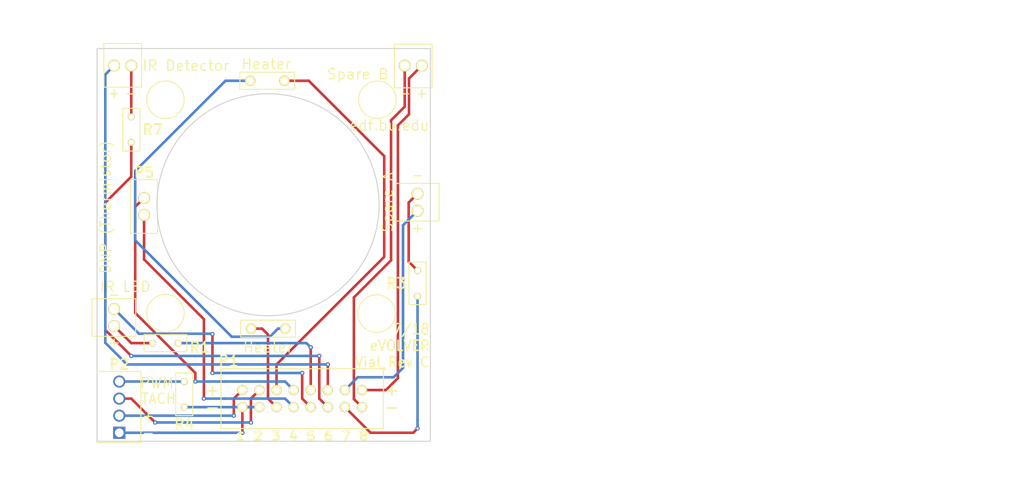
<source format=kicad_pcb>
(kicad_pcb (version 4) (host pcbnew 4.0.7+dfsg1-1)

  (general
    (links 22)
    (no_connects 0)
    (area 124.384999 49.454999 174.065001 108.025001)
    (thickness 1.6)
    (drawings 37)
    (tracks 118)
    (zones 0)
    (modules 17)
    (nets 21)
  )

  (page A4)
  (layers
    (0 F.Cu signal)
    (31 B.Cu signal)
    (32 B.Adhes user hide)
    (33 F.Adhes user)
    (34 B.Paste user hide)
    (35 F.Paste user hide)
    (36 B.SilkS user hide)
    (37 F.SilkS user)
    (38 B.Mask user hide)
    (39 F.Mask user hide)
    (40 Dwgs.User user)
    (41 Cmts.User user hide)
    (42 Eco1.User user hide)
    (43 Eco2.User user hide)
    (44 Edge.Cuts user)
    (45 Margin user hide)
    (46 B.CrtYd user hide)
    (47 F.CrtYd user hide)
    (48 B.Fab user hide)
    (49 F.Fab user hide)
  )

  (setup
    (last_trace_width 0.2032)
    (user_trace_width 0.381)
    (user_trace_width 0.635)
    (trace_clearance 0.254)
    (zone_clearance 0.508)
    (zone_45_only no)
    (trace_min 0.2032)
    (segment_width 0.2)
    (edge_width 0.15)
    (via_size 0.381)
    (via_drill 0.1524)
    (via_min_size 0.381)
    (via_min_drill 0.1524)
    (user_via 0.4064 0.1524)
    (user_via 0.635 0.3048)
    (user_via 3.81 3.199994)
    (uvia_size 0.3)
    (uvia_drill 0.1)
    (uvias_allowed no)
    (uvia_min_size 0)
    (uvia_min_drill 0)
    (pcb_text_width 0.1778)
    (pcb_text_size 1.524 1.524)
    (mod_edge_width 0.15)
    (mod_text_size 1.524 1.524)
    (mod_text_width 0.1778)
    (pad_size 3.199994 3.199994)
    (pad_drill 3.199994)
    (pad_to_mask_clearance 0.2)
    (aux_axis_origin 127 107.95)
    (visible_elements FFFFFF6B)
    (pcbplotparams
      (layerselection 0x001e0_80000001)
      (usegerberextensions false)
      (excludeedgelayer false)
      (linewidth 0.100000)
      (plotframeref true)
      (viasonmask false)
      (mode 1)
      (useauxorigin false)
      (hpglpennumber 1)
      (hpglpenspeed 20)
      (hpglpendiameter 15)
      (hpglpenoverlay 2)
      (psnegative false)
      (psa4output false)
      (plotreference false)
      (plotvalue true)
      (plotinvisibletext false)
      (padsonsilk false)
      (subtractmaskfromsilk false)
      (outputformat 1)
      (mirror false)
      (drillshape 0)
      (scaleselection 1)
      (outputdirectory gerbers/))
  )

  (net 0 "")
  (net 1 /SPA+)
  (net 2 /SPB+)
  (net 3 /PD+)
  (net 4 /LED+)
  (net 5 /TS+)
  (net 6 /HTR+)
  (net 7 /FAN+)
  (net 8 /SPA-)
  (net 9 /SPB-)
  (net 10 /PD-)
  (net 11 /LED-)
  (net 12 /TS-)
  (net 13 /HTR-)
  (net 14 /FAN-)
  (net 15 "Net-(P6-Pad1)")
  (net 16 "Net-(R5-Pad2)")
  (net 17 /FS+)
  (net 18 /PWM)
  (net 19 "Net-(P7-Pad2)")
  (net 20 "Net-(P9-Pad2)")

  (net_class Default "This is the default net class."
    (clearance 0.254)
    (trace_width 0.2032)
    (via_dia 0.381)
    (via_drill 0.1524)
    (uvia_dia 0.3)
    (uvia_drill 0.1)
    (add_net /FAN+)
    (add_net /FAN-)
    (add_net /FS+)
    (add_net /HTR+)
    (add_net /HTR-)
    (add_net /LED+)
    (add_net /LED-)
    (add_net /PD+)
    (add_net /PD-)
    (add_net /PWM)
    (add_net /SPA+)
    (add_net /SPA-)
    (add_net /SPB+)
    (add_net /SPB-)
    (add_net /TS+)
    (add_net /TS-)
    (add_net "Net-(P6-Pad1)")
    (add_net "Net-(P7-Pad2)")
    (add_net "Net-(P9-Pad2)")
    (add_net "Net-(R5-Pad2)")
  )

  (module mods:mounting_hole (layer F.Cu) (tedit 5AFD85F4) (tstamp 5AFD8584)
    (at 166.116 57.15)
    (fp_text reference REF** (at 6 2.5) (layer F.SilkS) hide
      (effects (font (size 1 1) (thickness 0.15)))
    )
    (fp_text value "mounting hole" (at 0.5 -3.5) (layer F.Fab) hide
      (effects (font (size 1 1) (thickness 0.15)))
    )
    (fp_circle (center 0 0) (end 0 -2.794) (layer F.SilkS) (width 0.15))
    (pad "" np_thru_hole circle (at 0 0) (size 3.199994 3.199994) (drill 3.199994) (layers *.Cu *.Mask F.SilkS))
  )

  (module mods:mounting_hole (layer F.Cu) (tedit 5AFD85F4) (tstamp 5AFD8580)
    (at 134.62 88.9)
    (fp_text reference REF** (at 6 2.5) (layer F.SilkS) hide
      (effects (font (size 1 1) (thickness 0.15)))
    )
    (fp_text value "mounting hole" (at 0.5 -3.5) (layer F.Fab) hide
      (effects (font (size 1 1) (thickness 0.15)))
    )
    (fp_circle (center 0 0) (end 0 -2.794) (layer F.SilkS) (width 0.15))
    (pad "" np_thru_hole circle (at 0 0) (size 3.199994 3.199994) (drill 3.199994) (layers *.Cu *.Mask F.SilkS))
  )

  (module mods:mounting_hole (layer F.Cu) (tedit 5AFD85F4) (tstamp 5AFD857C)
    (at 134.62 57.15)
    (fp_text reference REF** (at 6 2.5) (layer F.SilkS) hide
      (effects (font (size 1 1) (thickness 0.15)))
    )
    (fp_text value "mounting hole" (at 0.5 -3.5) (layer F.Fab) hide
      (effects (font (size 1 1) (thickness 0.15)))
    )
    (fp_circle (center 0 0) (end 0 -2.794) (layer F.SilkS) (width 0.15))
    (pad "" np_thru_hole circle (at 0 0) (size 3.199994 3.199994) (drill 3.199994) (layers *.Cu *.Mask F.SilkS))
  )

  (module mods:mounting_hole (layer F.Cu) (tedit 5AFD85F4) (tstamp 57A2155D)
    (at 165.999998 88.950013)
    (fp_text reference REF** (at 6 2.5) (layer F.SilkS) hide
      (effects (font (size 1 1) (thickness 0.15)))
    )
    (fp_text value "mounting hole" (at 0.5 -3.5) (layer F.Fab) hide
      (effects (font (size 1 1) (thickness 0.15)))
    )
    (fp_circle (center 0 0) (end 0 -2.794) (layer F.SilkS) (width 0.15))
    (pad "" np_thru_hole circle (at 0 0) (size 3.199994 3.199994) (drill 3.199994) (layers *.Cu *.Mask F.SilkS))
  )

  (module mods:2x8_pin_10in (layer F.Cu) (tedit 5B44D4E1) (tstamp 5AB1274C)
    (at 154.94 101.6 180)
    (path /5AB126F4)
    (fp_text reference P1 (at 10.922 5.588 180) (layer F.SilkS)
      (effects (font (thickness 0.254)))
    )
    (fp_text value CONN_02X08 (at 0 -5.715 180) (layer F.Fab) hide
      (effects (font (thickness 0.1778)))
    )
    (fp_circle (center -12.065 4.445) (end -11.938 4.318) (layer F.SilkS) (width 0.254))
    (fp_line (start -12.065 4.445) (end 12.065 4.445) (layer F.SilkS) (width 0.15))
    (fp_line (start 12.065 -4.445) (end -12.065 -4.445) (layer F.SilkS) (width 0.15))
    (fp_line (start 12.065 4.445) (end 12.065 -4.445) (layer F.SilkS) (width 0.15))
    (fp_line (start -12.065 -4.445) (end -12.065 4.445) (layer F.SilkS) (width 0.15))
    (pad 1 thru_hole circle (at -8.89 1.27 180) (size 1.524 1.524) (drill 1.016) (layers *.Cu *.Mask F.SilkS)
      (net 2 /SPB+))
    (pad 3 thru_hole circle (at -6.35 1.27 180) (size 1.524 1.524) (drill 1.016) (layers *.Cu *.Mask F.SilkS)
      (net 1 /SPA+))
    (pad 5 thru_hole circle (at -3.81 1.27 180) (size 1.524 1.524) (drill 1.016) (layers *.Cu *.Mask F.SilkS)
      (net 3 /PD+))
    (pad 7 thru_hole circle (at -1.27 1.27 180) (size 1.524 1.524) (drill 1.016) (layers *.Cu *.Mask F.SilkS)
      (net 4 /LED+))
    (pad 9 thru_hole circle (at 1.27 1.27 180) (size 1.524 1.524) (drill 1.016) (layers *.Cu *.Mask F.SilkS)
      (net 5 /TS+))
    (pad 11 thru_hole circle (at 3.81 1.27 180) (size 1.524 1.524) (drill 1.016) (layers *.Cu *.Mask F.SilkS)
      (net 6 /HTR+))
    (pad 13 thru_hole circle (at 6.35 1.27 180) (size 1.524 1.524) (drill 1.016) (layers *.Cu *.Mask F.SilkS)
      (net 17 /FS+))
    (pad 2 thru_hole circle (at -8.89 -1.27 180) (size 1.524 1.524) (drill 1.016) (layers *.Cu *.Mask F.SilkS)
      (net 9 /SPB-))
    (pad 4 thru_hole circle (at -6.35 -1.27 180) (size 1.524 1.524) (drill 1.016) (layers *.Cu *.Mask F.SilkS)
      (net 8 /SPA-))
    (pad 6 thru_hole circle (at -3.81 -1.27 180) (size 1.524 1.524) (drill 1.016) (layers *.Cu *.Mask F.SilkS)
      (net 10 /PD-))
    (pad 8 thru_hole circle (at -1.27 -1.27 180) (size 1.524 1.524) (drill 1.016) (layers *.Cu *.Mask F.SilkS)
      (net 11 /LED-))
    (pad 10 thru_hole circle (at 1.27 -1.27 180) (size 1.524 1.524) (drill 1.016) (layers *.Cu *.Mask F.SilkS)
      (net 12 /TS-))
    (pad 12 thru_hole circle (at 3.81 -1.27 180) (size 1.524 1.524) (drill 1.016) (layers *.Cu *.Mask F.SilkS)
      (net 13 /HTR-))
    (pad 14 thru_hole circle (at 6.35 -1.27 180) (size 1.524 1.524) (drill 1.016) (layers *.Cu *.Mask F.SilkS)
      (net 14 /FAN-))
    (pad 16 thru_hole circle (at 8.89 -1.27 180) (size 1.524 1.524) (drill 1.016) (layers *.Cu *.Mask F.SilkS)
      (net 14 /FAN-))
    (pad 15 thru_hole circle (at 8.89 1.27 180) (size 1.524 1.524) (drill 1.016) (layers *.Cu *.Mask F.SilkS)
      (net 7 /FAN+))
  )

  (module mods:Heater (layer F.Cu) (tedit 57A8A215) (tstamp 57A0FBDE)
    (at 149.751438 54.32265 180)
    (path /579FBD61)
    (fp_text reference R5 (at -5.715 0 180) (layer F.SilkS) hide
      (effects (font (thickness 0.1778)))
    )
    (fp_text value "Heater 1" (at 0 -3.175 180) (layer F.Fab) hide
      (effects (font (thickness 0.1778)))
    )
    (fp_line (start -4.064 1.27) (end 4.064 1.27) (layer F.SilkS) (width 0.15))
    (fp_line (start 4.064 -1.27) (end -4.064 -1.27) (layer F.SilkS) (width 0.15))
    (fp_line (start -4.064 -1.27) (end -4.064 1.27) (layer F.SilkS) (width 0.15))
    (fp_line (start 4.064 1.27) (end 4.064 -1.27) (layer F.SilkS) (width 0.15))
    (pad 1 thru_hole circle (at -2.54 0 180) (size 1.524 1.524) (drill 1.016) (layers *.Cu *.Mask F.SilkS)
      (net 6 /HTR+))
    (pad 2 thru_hole circle (at 2.54 0 180) (size 1.524 1.524) (drill 1.016) (layers *.Cu *.Mask F.SilkS)
      (net 16 "Net-(R5-Pad2)"))
  )

  (module mods:Heater (layer F.Cu) (tedit 57A2071D) (tstamp 57A0FBE8)
    (at 149.880676 91.19362 180)
    (path /579FBD90)
    (fp_text reference R6 (at 5.715 0.635 180) (layer F.SilkS) hide
      (effects (font (thickness 0.1778)))
    )
    (fp_text value "Heater 2" (at 0 -3.175 180) (layer F.Fab) hide
      (effects (font (thickness 0.1778)))
    )
    (fp_line (start -4.064 1.27) (end 4.064 1.27) (layer F.SilkS) (width 0.15))
    (fp_line (start 4.064 -1.27) (end -4.064 -1.27) (layer F.SilkS) (width 0.15))
    (fp_line (start -4.064 -1.27) (end -4.064 1.27) (layer F.SilkS) (width 0.15))
    (fp_line (start 4.064 1.27) (end 4.064 -1.27) (layer F.SilkS) (width 0.15))
    (pad 1 thru_hole circle (at -2.54 0 180) (size 1.524 1.524) (drill 1.016) (layers *.Cu *.Mask F.SilkS)
      (net 16 "Net-(R5-Pad2)"))
    (pad 2 thru_hole circle (at 2.54 0 180) (size 1.524 1.524) (drill 1.016) (layers *.Cu *.Mask F.SilkS)
      (net 13 /HTR-))
  )

  (module mods:Through_hole_R (layer F.Cu) (tedit 5B44D4E8) (tstamp 5AB1253C)
    (at 172.085 84.455 90)
    (path /5AB124F0)
    (fp_text reference R3 (at 0 -3.175 180) (layer F.SilkS)
      (effects (font (thickness 0.254)))
    )
    (fp_text value 82 (at 0 -1.905 90) (layer F.Fab) hide
      (effects (font (size 1 1) (thickness 0.15)))
    )
    (fp_line (start -3.175 -1.27) (end 3.175 -1.27) (layer F.SilkS) (width 0.15))
    (fp_line (start -3.175 1.27) (end -3.175 -1.27) (layer F.SilkS) (width 0.15))
    (fp_line (start 3.175 1.27) (end -3.175 1.27) (layer F.SilkS) (width 0.15))
    (fp_line (start 3.175 -1.27) (end 3.175 1.27) (layer F.SilkS) (width 0.15))
    (pad 2 thru_hole circle (at -1.905 0 90) (size 1.016 1.016) (drill 0.635) (layers *.Cu *.Mask F.SilkS)
      (net 8 /SPA-))
    (pad 1 thru_hole circle (at 1.905 0 90) (size 1.016 1.016) (drill 0.635) (layers *.Cu *.Mask F.SilkS)
      (net 20 "Net-(P9-Pad2)"))
  )

  (module mods:Through_hole_R (layer F.Cu) (tedit 5B44D4F1) (tstamp 57B6212C)
    (at 134.62 93.345)
    (path /579FC0BA)
    (fp_text reference R1 (at 5.08 0.635) (layer F.SilkS)
      (effects (font (thickness 0.254)))
    )
    (fp_text value 82 (at 0 -1.905) (layer F.Fab) hide
      (effects (font (size 1 1) (thickness 0.15)))
    )
    (fp_line (start -3.175 -1.27) (end 3.175 -1.27) (layer F.SilkS) (width 0.15))
    (fp_line (start -3.175 1.27) (end -3.175 -1.27) (layer F.SilkS) (width 0.15))
    (fp_line (start 3.175 1.27) (end -3.175 1.27) (layer F.SilkS) (width 0.15))
    (fp_line (start 3.175 -1.27) (end 3.175 1.27) (layer F.SilkS) (width 0.15))
    (pad 2 thru_hole circle (at -1.905 0) (size 1.016 1.016) (drill 0.635) (layers *.Cu *.Mask F.SilkS)
      (net 15 "Net-(P6-Pad1)"))
    (pad 1 thru_hole circle (at 1.905 0) (size 1.016 1.016) (drill 0.635) (layers *.Cu *.Mask F.SilkS)
      (net 4 /LED+))
  )

  (module mods:screw_terminal (layer F.Cu) (tedit 57A897E3) (tstamp 57A0FBA4)
    (at 172.085 72.39 90)
    (path /579FC744)
    (fp_text reference P9 (at 0 5 90) (layer F.SilkS) hide
      (effects (font (thickness 0.1778)))
    )
    (fp_text value "Spare A" (at 0 -4.445 270) (layer F.SilkS)
      (effects (font (thickness 0.1778)))
    )
    (fp_line (start 2.8 3.2) (end 2.8 -3.3) (layer F.SilkS) (width 0.15))
    (fp_line (start -2.8 3.2) (end 2.8 3.2) (layer F.SilkS) (width 0.15))
    (fp_line (start -2.8 -3.3) (end -2.8 3.2) (layer F.SilkS) (width 0.15))
    (fp_line (start 2.8 -3.3) (end -2.8 -3.3) (layer F.SilkS) (width 0.15))
    (pad 1 thru_hole circle (at -1.27 0 90) (size 1.75 1.75) (drill 1.3) (layers *.Cu *.Mask F.SilkS)
      (net 1 /SPA+))
    (pad 2 thru_hole circle (at 1.27 0 90) (size 1.75 1.75) (drill 1.3) (layers *.Cu *.Mask F.SilkS)
      (net 20 "Net-(P9-Pad2)"))
  )

  (module mods:screw_terminal (layer F.Cu) (tedit 57A897E3) (tstamp 57A0FB9A)
    (at 171.45 52.07 180)
    (path /579FC5D8)
    (fp_text reference P8 (at 0 5 180) (layer F.SilkS) hide
      (effects (font (thickness 0.1778)))
    )
    (fp_text value "Spare B" (at 8.255 -1.27 360) (layer F.SilkS)
      (effects (font (thickness 0.1778)))
    )
    (fp_line (start 2.8 3.2) (end 2.8 -3.3) (layer F.SilkS) (width 0.15))
    (fp_line (start -2.8 3.2) (end 2.8 3.2) (layer F.SilkS) (width 0.15))
    (fp_line (start -2.8 -3.3) (end -2.8 3.2) (layer F.SilkS) (width 0.15))
    (fp_line (start 2.8 -3.3) (end -2.8 -3.3) (layer F.SilkS) (width 0.15))
    (pad 1 thru_hole circle (at -1.27 0 180) (size 1.75 1.75) (drill 1.3) (layers *.Cu *.Mask F.SilkS)
      (net 2 /SPB+))
    (pad 2 thru_hole circle (at 1.27 0 180) (size 1.75 1.75) (drill 1.3) (layers *.Cu *.Mask F.SilkS)
      (net 9 /SPB-))
  )

  (module mods:screw_terminal (layer F.Cu) (tedit 57A897E3) (tstamp 57A0FB90)
    (at 128.27 52.07)
    (path /579FC369)
    (fp_text reference P7 (at 0 5) (layer F.SilkS) hide
      (effects (font (thickness 0.1778)))
    )
    (fp_text value "IR Detector" (at 9.398 0) (layer F.SilkS)
      (effects (font (thickness 0.1778)))
    )
    (fp_line (start 2.8 3.2) (end 2.8 -3.3) (layer F.SilkS) (width 0.15))
    (fp_line (start -2.8 3.2) (end 2.8 3.2) (layer F.SilkS) (width 0.15))
    (fp_line (start -2.8 -3.3) (end -2.8 3.2) (layer F.SilkS) (width 0.15))
    (fp_line (start 2.8 -3.3) (end -2.8 -3.3) (layer F.SilkS) (width 0.15))
    (pad 1 thru_hole circle (at -1.27 0) (size 1.75 1.75) (drill 1.3) (layers *.Cu *.Mask F.SilkS)
      (net 3 /PD+))
    (pad 2 thru_hole circle (at 1.27 0) (size 1.75 1.75) (drill 1.3) (layers *.Cu *.Mask F.SilkS)
      (net 19 "Net-(P7-Pad2)"))
  )

  (module mods:screw_terminal (layer F.Cu) (tedit 5B44D0A4) (tstamp 57A0FB86)
    (at 127 89.535 90)
    (path /579FBF70)
    (fp_text reference P6 (at 0 5 90) (layer F.SilkS) hide
      (effects (font (thickness 0.1778)))
    )
    (fp_text value "IR LED" (at 4.572 1.651 180) (layer F.SilkS)
      (effects (font (thickness 0.1778)))
    )
    (fp_line (start 2.8 3.2) (end 2.8 -3.3) (layer F.SilkS) (width 0.15))
    (fp_line (start -2.8 3.2) (end 2.8 3.2) (layer F.SilkS) (width 0.15))
    (fp_line (start -2.8 -3.3) (end -2.8 3.2) (layer F.SilkS) (width 0.15))
    (fp_line (start 2.8 -3.3) (end -2.8 -3.3) (layer F.SilkS) (width 0.15))
    (pad 1 thru_hole circle (at -1.27 0 90) (size 1.75 1.75) (drill 1.3) (layers *.Cu *.Mask F.SilkS)
      (net 15 "Net-(P6-Pad1)"))
    (pad 2 thru_hole circle (at 1.27 0 90) (size 1.75 1.75) (drill 1.3) (layers *.Cu *.Mask F.SilkS)
      (net 11 /LED-))
  )

  (module mods:4_ScrewTerm (layer F.Cu) (tedit 5B44D4D8) (tstamp 5AFD8DA7)
    (at 127.762 102.87 90)
    (path /5AFD88BE)
    (fp_text reference P2 (at 6.35 0 180) (layer F.SilkS)
      (effects (font (thickness 0.254)))
    )
    (fp_text value CONN_01X04 (at 0 -4.5 90) (layer F.Fab)
      (effects (font (size 1 1) (thickness 0.15)))
    )
    (fp_line (start -5.3 3.2) (end 5.3 3.2) (layer F.SilkS) (width 0.15))
    (fp_line (start 5.3 -3.3) (end 5.3 3.2) (layer F.SilkS) (width 0.15))
    (fp_line (start -5.3 -3.3) (end 5.3 -3.3) (layer F.SilkS) (width 0.15))
    (fp_line (start -5.3 -3.3) (end -5.3 3.2) (layer F.SilkS) (width 0.15))
    (pad 1 thru_hole rect (at -3.81 0 90) (size 1.8 1.8) (drill 1.3) (layers *.Cu *.Mask)
      (net 14 /FAN-))
    (pad 2 thru_hole circle (at -1.27 0 90) (size 1.8 1.8) (drill 1.3) (layers *.Cu *.Mask)
      (net 7 /FAN+))
    (pad 3 thru_hole circle (at 1.27 0 90) (size 1.8 1.8) (drill 1.3) (layers *.Cu *.Mask)
      (net 17 /FS+))
    (pad 4 thru_hole circle (at 3.81 0 90) (size 1.8 1.8) (drill 1.3) (layers *.Cu *.Mask)
      (net 18 /PWM))
  )

  (module mods:Through_hole_R (layer F.Cu) (tedit 5B44D4F7) (tstamp 5B02E027)
    (at 137.414 100.965 90)
    (path /5B02DF48)
    (fp_text reference R4 (at -4.445 0 180) (layer F.SilkS)
      (effects (font (thickness 0.254)))
    )
    (fp_text value R (at 0 -1.905 90) (layer F.Fab) hide
      (effects (font (size 1 1) (thickness 0.15)))
    )
    (fp_line (start -3.175 -1.27) (end 3.175 -1.27) (layer F.SilkS) (width 0.15))
    (fp_line (start -3.175 1.27) (end -3.175 -1.27) (layer F.SilkS) (width 0.15))
    (fp_line (start 3.175 1.27) (end -3.175 1.27) (layer F.SilkS) (width 0.15))
    (fp_line (start 3.175 -1.27) (end 3.175 1.27) (layer F.SilkS) (width 0.15))
    (pad 2 thru_hole circle (at -1.905 0 90) (size 1.016 1.016) (drill 0.635) (layers *.Cu *.Mask F.SilkS)
      (net 14 /FAN-))
    (pad 1 thru_hole circle (at 1.905 0 90) (size 1.016 1.016) (drill 0.635) (layers *.Cu *.Mask F.SilkS)
      (net 18 /PWM))
  )

  (module mods:Through_hole_R (layer F.Cu) (tedit 5B44D4FF) (tstamp 5B30F660)
    (at 129.54 61.595 90)
    (path /5B30EBE2)
    (fp_text reference R7 (at 0 3.175 180) (layer F.SilkS)
      (effects (font (thickness 0.254)))
    )
    (fp_text value 82 (at 0 -1.905 90) (layer F.Fab) hide
      (effects (font (size 1 1) (thickness 0.15)))
    )
    (fp_line (start -3.175 -1.27) (end 3.175 -1.27) (layer F.SilkS) (width 0.15))
    (fp_line (start -3.175 1.27) (end -3.175 -1.27) (layer F.SilkS) (width 0.15))
    (fp_line (start 3.175 1.27) (end -3.175 1.27) (layer F.SilkS) (width 0.15))
    (fp_line (start 3.175 -1.27) (end 3.175 1.27) (layer F.SilkS) (width 0.15))
    (pad 2 thru_hole circle (at -1.905 0 90) (size 1.016 1.016) (drill 0.635) (layers *.Cu *.Mask F.SilkS)
      (net 10 /PD-))
    (pad 1 thru_hole circle (at 1.905 0 90) (size 1.016 1.016) (drill 0.635) (layers *.Cu *.Mask F.SilkS)
      (net 19 "Net-(P7-Pad2)"))
  )

  (module mods:Thermistor (layer F.Cu) (tedit 5B44D4D2) (tstamp 57A2052D)
    (at 131.445 73.025 270)
    (path /579FBEBD)
    (fp_text reference P5 (at -5.08 0 360) (layer F.SilkS)
      (effects (font (thickness 0.254)))
    )
    (fp_text value "DNP (Thermistor)" (at 0.1016 5.715 270) (layer F.SilkS)
      (effects (font (thickness 0.1778)))
    )
    (fp_line (start 4 -2) (end -4 -2) (layer F.SilkS) (width 0.15))
    (fp_line (start 4 2) (end 4 -2) (layer F.SilkS) (width 0.15))
    (fp_line (start -4 2) (end 4 2) (layer F.SilkS) (width 0.15))
    (fp_line (start -4 -2) (end -4 2) (layer F.SilkS) (width 0.15))
    (pad 1 thru_hole circle (at -1.27 0 270) (size 1.75 1.75) (drill 1.3) (layers *.Cu *.Mask F.SilkS)
      (net 5 /TS+))
    (pad 2 thru_hole circle (at 1.27 0 270) (size 1.75 1.75) (drill 1.3) (layers *.Cu *.Mask F.SilkS)
      (net 12 /TS-))
  )

  (gr_text - (at 141.605 102.87) (layer F.SilkS) (tstamp 5B44CFFE)
    (effects (font (size 1.778 1.778) (thickness 0.2159)))
  )
  (gr_text + (at 141.605 100.33) (layer F.SilkS) (tstamp 5B44CFF5)
    (effects (font (size 1.778 1.778) (thickness 0.2159)))
  )
  (gr_text + (at 172.085 76.2) (layer F.SilkS)
    (effects (font (thickness 0.1778)))
  )
  (gr_text TACH (at 133.604 101.6) (layer F.SilkS) (tstamp 5B02E4BA)
    (effects (font (size 1.524 1.397) (thickness 0.1778)))
  )
  (gr_text + (at 132.08 104.14) (layer F.SilkS)
    (effects (font (thickness 0.1778)))
  )
  (gr_text PWM (at 133.35 99.314) (layer F.SilkS)
    (effects (font (thickness 0.1778)))
  )
  (gr_text edf.bu.edu (at 167.894 60.96) (layer F.SilkS)
    (effects (font (thickness 0.1778)))
  )
  (gr_text "7/18\neVOLVER\nVial Rev C" (at 173.99 93.726) (layer F.SilkS)
    (effects (font (size 1.524 1.397) (thickness 0.2159)) (justify right))
  )
  (gr_text "1 2 3 4 5 6 7 8" (at 154.94 107.188) (layer F.SilkS)
    (effects (font (size 1.27 1.524) (thickness 0.254)))
  )
  (dimension 35.179 (width 0.1778) (layer Dwgs.User)
    (gr_text "1.3850 in" (at 116.3574 90.3605 90) (layer Dwgs.User) (tstamp 5B5B5E90)
      (effects (font (thickness 0.1778)))
    )
    (feature1 (pts (xy 149.86 72.771) (xy 115.2398 72.771)))
    (feature2 (pts (xy 149.86 107.95) (xy 115.2398 107.95)))
    (crossbar (pts (xy 117.475 107.95) (xy 117.475 72.771)))
    (arrow1a (pts (xy 117.475 72.771) (xy 118.061421 73.897504)))
    (arrow1b (pts (xy 117.475 72.771) (xy 116.888579 73.897504)))
    (arrow2a (pts (xy 117.475 107.95) (xy 118.061421 106.823496)))
    (arrow2b (pts (xy 117.475 107.95) (xy 116.888579 106.823496)))
  )
  (dimension 25.4 (width 0.1778) (layer Dwgs.User)
    (gr_text "1.0000 in" (at 137.16 116.6876) (layer Dwgs.User) (tstamp 5B5B5E92)
      (effects (font (thickness 0.1778)))
    )
    (feature1 (pts (xy 124.46 72.39) (xy 124.46 117.8052)))
    (feature2 (pts (xy 149.86 72.39) (xy 149.86 117.8052)))
    (crossbar (pts (xy 149.86 115.57) (xy 124.46 115.57)))
    (arrow1a (pts (xy 124.46 115.57) (xy 125.586504 114.983579)))
    (arrow1b (pts (xy 124.46 115.57) (xy 125.586504 116.156421)))
    (arrow2a (pts (xy 149.86 115.57) (xy 148.733496 114.983579)))
    (arrow2b (pts (xy 149.86 115.57) (xy 148.733496 116.156421)))
  )
  (gr_line (start 149.86 72.771) (end 146.939 72.771) (angle 90) (layer Dwgs.User) (width 0.2))
  (gr_line (start 149.86 72.771) (end 149.86 75.946) (angle 90) (layer Dwgs.User) (width 0.2))
  (gr_line (start 149.86 72.771) (end 153.289 72.771) (angle 90) (layer Dwgs.User) (width 0.2))
  (gr_line (start 149.86 72.771) (end 149.86 68.707) (angle 90) (layer Dwgs.User) (width 0.2))
  (dimension 33.005245 (width 0.1778) (layer Dwgs.User)
    (gr_text "1.300 in" (at 136.624856 58.360886 42.56732842) (layer Dwgs.User) (tstamp 5B5B5E87)
      (effects (font (thickness 0.1778)))
    )
    (feature1 (pts (xy 162.306 61.9252) (xy 148.022749 46.374493)))
    (feature2 (pts (xy 137.9982 84.2518) (xy 123.714949 68.701093)))
    (crossbar (pts (xy 125.226964 70.34728) (xy 149.534764 48.02068)))
    (arrow1a (pts (xy 149.534764 48.02068) (xy 149.101801 49.214599)))
    (arrow1b (pts (xy 149.534764 48.02068) (xy 148.308425 48.350821)))
    (arrow2a (pts (xy 125.226964 70.34728) (xy 126.453303 70.017139)))
    (arrow2b (pts (xy 125.226964 70.34728) (xy 125.659927 69.153361)))
  )
  (gr_text - (at 168.275 102.87) (layer F.SilkS)
    (effects (font (size 1.778 1.778) (thickness 0.2159)))
  )
  (gr_text + (at 168.275 100.33) (layer F.SilkS)
    (effects (font (size 1.778 1.778) (thickness 0.2159)))
  )
  (gr_text "CUT OUT" (at 149.86 62.865) (layer Dwgs.User)
    (effects (font (thickness 0.1778)))
  )
  (dimension 49.53 (width 0.1778) (layer Dwgs.User)
    (gr_text "1.9500 in" (at 149.225 44.0944) (layer Dwgs.User) (tstamp 5B5B5E8A)
      (effects (font (thickness 0.1778)))
    )
    (feature1 (pts (xy 173.99 49.53) (xy 173.99 42.9768)))
    (feature2 (pts (xy 124.46 49.53) (xy 124.46 42.9768)))
    (crossbar (pts (xy 124.46 45.212) (xy 173.99 45.212)))
    (arrow1a (pts (xy 173.99 45.212) (xy 172.863496 45.798421)))
    (arrow1b (pts (xy 173.99 45.212) (xy 172.863496 44.625579)))
    (arrow2a (pts (xy 124.46 45.212) (xy 125.586504 45.798421)))
    (arrow2b (pts (xy 124.46 45.212) (xy 125.586504 44.625579)))
  )
  (dimension 58.42 (width 0.1778) (layer Dwgs.User)
    (gr_text "2.3000 in" (at 179.5526 78.74 270) (layer Dwgs.User) (tstamp 5B5B5E8D)
      (effects (font (thickness 0.1778)))
    )
    (feature1 (pts (xy 173.99 107.95) (xy 180.6702 107.95)))
    (feature2 (pts (xy 173.99 49.53) (xy 180.6702 49.53)))
    (crossbar (pts (xy 178.435 49.53) (xy 178.435 107.95)))
    (arrow1a (pts (xy 178.435 107.95) (xy 177.848579 106.823496)))
    (arrow1b (pts (xy 178.435 107.95) (xy 179.021421 106.823496)))
    (arrow2a (pts (xy 178.435 49.53) (xy 177.848579 50.656504)))
    (arrow2b (pts (xy 178.435 49.53) (xy 179.021421 50.656504)))
  )
  (gr_text "BOSTON UNIVERSITY EDF\neVOLVER System\n\nP/N EV-Vial Rev C\n1 oz copper\n2 Layers FR-4\n0.063 final thickness\nsoldermask both sides (BLACK) <<-- NOTE:  Black Solder Mask !!\n1.300\" cut-out @ (1.000\", 1.3850\") <<-- NOTE:  Cutout !!\nsilkscreen legend top only (white)" (at 182.88 59.69) (layer Dwgs.User)
    (effects (font (thickness 0.1778)) (justify left))
  )
  (gr_text + (at 172.72 56.388 180) (layer F.SilkS)
    (effects (font (thickness 0.1778)))
  )
  (gr_text - (at 129.54 56.388 180) (layer F.SilkS)
    (effects (font (thickness 0.1778)))
  )
  (gr_text + (at 127 56.134) (layer F.SilkS)
    (effects (font (thickness 0.1778)))
  )
  (gr_text - (at 170.18 56.388 180) (layer F.SilkS)
    (effects (font (thickness 0.1778)))
  )
  (gr_text - (at 172.085 68.58 180) (layer F.SilkS)
    (effects (font (thickness 0.1778)))
  )
  (gr_text - (at 127 86.106) (layer F.SilkS)
    (effects (font (thickness 0.1778)))
  )
  (gr_text + (at 127 93.218) (layer F.SilkS)
    (effects (font (thickness 0.1778)))
  )
  (gr_text - (at 132.08 106.68) (layer F.SilkS)
    (effects (font (thickness 0.1778)))
  )
  (gr_text Heater (at 149.606 51.816) (layer F.SilkS)
    (effects (font (thickness 0.1778)))
  )
  (gr_text Heater (at 149.86 93.98) (layer F.SilkS)
    (effects (font (thickness 0.1778)))
  )
  (gr_circle (center 149.86 72.76084) (end 133.35 72.76084) (layer Edge.Cuts) (width 0.15))
  (gr_line (start 124.46 107.95) (end 173.99 107.95) (angle 90) (layer Edge.Cuts) (width 0.15))
  (gr_line (start 124.46 49.53) (end 173.99 49.53) (angle 90) (layer Edge.Cuts) (width 0.15))
  (gr_line (start 173.99 49.53) (end 173.99 107.95) (angle 90) (layer Edge.Cuts) (width 0.15))
  (gr_line (start 124.46 49.53) (end 124.46 107.95) (angle 90) (layer Edge.Cuts) (width 0.15))

  (segment (start 169.926 97.028) (end 169.926 75.819) (width 0.381) (layer B.Cu) (net 1))
  (segment (start 169.926 75.819) (end 172.085 73.66) (width 0.381) (layer B.Cu) (net 1))
  (segment (start 168.529 98.425) (end 169.926 97.028) (width 0.381) (layer B.Cu) (net 1))
  (segment (start 168.402 98.425) (end 168.529 98.425) (width 0.381) (layer B.Cu) (net 1))
  (segment (start 163.195 98.425) (end 168.402 98.425) (width 0.381) (layer B.Cu) (net 1))
  (segment (start 161.29 100.33) (end 163.195 98.425) (width 0.381) (layer B.Cu) (net 1))
  (segment (start 172.72 52.07) (end 170.81501 53.97499) (width 0.381) (layer F.Cu) (net 2))
  (segment (start 170.81501 59.30899) (end 169.164 60.96) (width 0.381) (layer F.Cu) (net 2))
  (segment (start 170.81501 53.97499) (end 170.81501 59.30899) (width 0.381) (layer F.Cu) (net 2))
  (segment (start 169.164 60.96) (end 169.164 98.552) (width 0.381) (layer F.Cu) (net 2))
  (segment (start 169.164 98.552) (end 167.386 100.33) (width 0.381) (layer F.Cu) (net 2))
  (segment (start 166.37 100.33) (end 163.83 100.33) (width 0.381) (layer F.Cu) (net 2))
  (segment (start 167.386 100.33) (end 166.37 100.33) (width 0.381) (layer F.Cu) (net 2))
  (segment (start 158.75 96.52) (end 128.905 96.52) (width 0.381) (layer B.Cu) (net 3))
  (segment (start 128.905 96.52) (end 125.680499 93.295499) (width 0.381) (layer B.Cu) (net 3))
  (segment (start 125.680499 93.295499) (end 125.680499 53.389501) (width 0.381) (layer B.Cu) (net 3))
  (segment (start 125.680499 53.389501) (end 127 52.07) (width 0.381) (layer B.Cu) (net 3))
  (via (at 158.75 96.52) (size 0.635) (drill 0.3048) (layers F.Cu B.Cu) (net 3))
  (segment (start 158.75 100.33) (end 158.75 96.52) (width 0.381) (layer F.Cu) (net 3))
  (segment (start 136.525 93.345) (end 155.575 93.345) (width 0.381) (layer B.Cu) (net 4))
  (segment (start 155.575 93.345) (end 156.21 93.98) (width 0.381) (layer B.Cu) (net 4))
  (via (at 156.21 93.98) (size 0.635) (drill 0.3048) (layers F.Cu B.Cu) (net 4))
  (segment (start 156.21 100.33) (end 156.21 93.98) (width 0.381) (layer F.Cu) (net 4))
  (segment (start 131.445 71.755) (end 130.125499 73.074501) (width 0.381) (layer F.Cu) (net 5))
  (segment (start 130.125499 73.074501) (end 130.125499 88.850499) (width 0.381) (layer F.Cu) (net 5))
  (segment (start 130.125499 88.850499) (end 139.065 97.79) (width 0.381) (layer F.Cu) (net 5))
  (segment (start 139.065 97.79) (end 139.065 99.06) (width 0.381) (layer F.Cu) (net 5))
  (via (at 139.065 99.06) (size 0.635) (drill 0.3048) (layers F.Cu B.Cu) (net 5))
  (segment (start 152.4 99.06) (end 143.51 99.06) (width 0.381) (layer B.Cu) (net 5))
  (segment (start 143.51 99.06) (end 139.065 99.06) (width 0.381) (layer B.Cu) (net 5))
  (segment (start 153.67 100.33) (end 152.4 99.06) (width 0.381) (layer B.Cu) (net 5))
  (segment (start 167.132 65.532) (end 156.845 55.245) (width 0.381) (layer F.Cu) (net 6))
  (segment (start 156.972 90.678) (end 167.132 80.518) (width 0.381) (layer F.Cu) (net 6))
  (segment (start 167.132 80.518) (end 167.132 65.532) (width 0.381) (layer F.Cu) (net 6))
  (segment (start 151.13 96.52) (end 151.13 100.33) (width 0.381) (layer F.Cu) (net 6))
  (segment (start 151.13 96.52) (end 156.972 90.678) (width 0.381) (layer F.Cu) (net 6))
  (segment (start 155.92265 54.32265) (end 152.291438 54.32265) (width 0.381) (layer F.Cu) (net 6) (tstamp 57A89917))
  (segment (start 156.845 55.245) (end 155.92265 54.32265) (width 0.381) (layer F.Cu) (net 6))
  (segment (start 144.78 104.14) (end 129.54 104.14) (width 0.381) (layer B.Cu) (net 7))
  (segment (start 129.54 104.14) (end 127.762 104.14) (width 0.381) (layer B.Cu) (net 7))
  (segment (start 144.78 104.14) (end 144.78 101.6) (width 0.381) (layer F.Cu) (net 7))
  (segment (start 144.78 101.6) (end 146.05 100.33) (width 0.381) (layer F.Cu) (net 7))
  (via (at 144.78 104.14) (size 0.635) (drill 0.3048) (layers F.Cu B.Cu) (net 7))
  (segment (start 172.085 106.045) (end 172.085 104.775) (width 0.381) (layer B.Cu) (net 8))
  (segment (start 171.45 106.68) (end 172.085 106.045) (width 0.381) (layer F.Cu) (net 8))
  (via (at 172.085 106.045) (size 0.635) (drill 0.3048) (layers F.Cu B.Cu) (net 8))
  (segment (start 161.29 102.87) (end 165.1 106.68) (width 0.381) (layer F.Cu) (net 8))
  (segment (start 165.1 106.68) (end 171.45 106.68) (width 0.381) (layer F.Cu) (net 8))
  (segment (start 172.085 86.36) (end 172.085 104.775) (width 0.381) (layer B.Cu) (net 8))
  (segment (start 168.148 60.198) (end 170.18 58.166) (width 0.381) (layer F.Cu) (net 9))
  (segment (start 170.18 58.166) (end 170.18 52.07) (width 0.381) (layer F.Cu) (net 9))
  (segment (start 168.148 81.026) (end 168.148 60.198) (width 0.381) (layer F.Cu) (net 9))
  (segment (start 162.623499 86.550501) (end 168.148 81.026) (width 0.381) (layer F.Cu) (net 9))
  (segment (start 163.83 102.87) (end 162.623499 101.663499) (width 0.381) (layer F.Cu) (net 9))
  (segment (start 162.623499 101.663499) (end 162.623499 86.550501) (width 0.381) (layer F.Cu) (net 9))
  (segment (start 129.54 95.25) (end 125.680499 91.390499) (width 0.381) (layer F.Cu) (net 10))
  (segment (start 125.680499 91.390499) (end 125.680499 72.439501) (width 0.381) (layer F.Cu) (net 10))
  (segment (start 125.680499 72.439501) (end 129.54 68.58) (width 0.381) (layer F.Cu) (net 10))
  (segment (start 129.54 68.58) (end 129.54 63.5) (width 0.381) (layer F.Cu) (net 10))
  (segment (start 157.48 95.25) (end 129.54 95.25) (width 0.381) (layer B.Cu) (net 10))
  (via (at 129.54 95.25) (size 0.635) (drill 0.3048) (layers F.Cu B.Cu) (net 10))
  (segment (start 157.48 101.6) (end 157.48 97.79) (width 0.381) (layer F.Cu) (net 10))
  (segment (start 157.48 97.79) (end 157.48 95.25) (width 0.381) (layer F.Cu) (net 10))
  (via (at 157.48 95.25) (size 0.635) (drill 0.3048) (layers F.Cu B.Cu) (net 10))
  (segment (start 158.75 102.87) (end 157.48 101.6) (width 0.381) (layer F.Cu) (net 10))
  (segment (start 141.605 92.016012) (end 141.605 93.98) (width 0.381) (layer F.Cu) (net 11))
  (segment (start 130.683 91.948) (end 141.536988 91.948) (width 0.381) (layer B.Cu) (net 11))
  (segment (start 141.536988 91.948) (end 141.605 92.016012) (width 0.381) (layer B.Cu) (net 11))
  (via (at 141.605 92.016012) (size 0.635) (drill 0.3048) (layers F.Cu B.Cu) (net 11))
  (segment (start 127 88.265) (end 130.683 91.948) (width 0.381) (layer B.Cu) (net 11))
  (segment (start 141.605 97.79) (end 141.605 93.98) (width 0.381) (layer F.Cu) (net 11))
  (segment (start 154.94 97.79) (end 141.605 97.79) (width 0.381) (layer B.Cu) (net 11))
  (via (at 141.605 97.79) (size 0.635) (drill 0.3048) (layers F.Cu B.Cu) (net 11))
  (segment (start 156.21 102.87) (end 154.94 101.6) (width 0.381) (layer F.Cu) (net 11))
  (segment (start 154.94 101.6) (end 154.94 100.845622) (width 0.381) (layer F.Cu) (net 11))
  (segment (start 154.94 100.845622) (end 154.94 97.79) (width 0.381) (layer F.Cu) (net 11))
  (via (at 154.94 97.79) (size 0.635) (drill 0.3048) (layers F.Cu B.Cu) (net 11))
  (segment (start 140.335 101.6) (end 140.335 89.789) (width 0.381) (layer F.Cu) (net 12))
  (segment (start 140.335 89.789) (end 131.445 80.899) (width 0.381) (layer F.Cu) (net 12))
  (segment (start 131.445 80.899) (end 131.445 74.295) (width 0.381) (layer F.Cu) (net 12))
  (segment (start 143.51 101.6) (end 152.4 101.6) (width 0.381) (layer B.Cu) (net 12))
  (segment (start 143.51 101.6) (end 140.335 101.6) (width 0.381) (layer B.Cu) (net 12))
  (via (at 140.335 101.6) (size 0.635) (drill 0.3048) (layers F.Cu B.Cu) (net 12))
  (segment (start 152.4 101.6) (end 153.67 102.87) (width 0.381) (layer B.Cu) (net 12))
  (segment (start 151.13 102.87) (end 149.86 101.6) (width 0.381) (layer F.Cu) (net 13))
  (segment (start 149.86 101.6) (end 149.86 92.075) (width 0.381) (layer F.Cu) (net 13))
  (segment (start 149.86 92.075) (end 148.97862 91.19362) (width 0.381) (layer F.Cu) (net 13))
  (segment (start 148.97862 91.19362) (end 147.340676 91.19362) (width 0.381) (layer F.Cu) (net 13))
  (segment (start 137.414 102.87) (end 146.05 102.87) (width 0.381) (layer B.Cu) (net 14))
  (segment (start 146.05 106.68) (end 146.05 102.87) (width 0.381) (layer F.Cu) (net 14))
  (segment (start 129.54 106.68) (end 146.05 106.68) (width 0.381) (layer B.Cu) (net 14))
  (via (at 146.05 106.68) (size 0.635) (drill 0.3048) (layers F.Cu B.Cu) (net 14))
  (segment (start 129.54 106.68) (end 127.762 106.68) (width 0.381) (layer B.Cu) (net 14))
  (segment (start 146.05 102.87) (end 148.59 102.87) (width 0.381) (layer B.Cu) (net 14))
  (segment (start 127 90.805) (end 129.54 93.345) (width 0.381) (layer F.Cu) (net 15))
  (segment (start 129.54 93.345) (end 132.715 93.345) (width 0.381) (layer F.Cu) (net 15))
  (segment (start 152.420676 91.19362) (end 151.343046 91.19362) (width 0.381) (layer B.Cu) (net 16))
  (segment (start 151.343046 91.19362) (end 150.136545 92.400121) (width 0.381) (layer B.Cu) (net 16))
  (segment (start 150.136545 92.400121) (end 144.470121 92.400121) (width 0.381) (layer B.Cu) (net 16))
  (segment (start 144.470121 92.400121) (end 130.125499 78.055499) (width 0.381) (layer B.Cu) (net 16))
  (segment (start 130.125499 67.740501) (end 143.54335 54.32265) (width 0.381) (layer B.Cu) (net 16))
  (segment (start 130.125499 78.055499) (end 130.125499 67.740501) (width 0.381) (layer B.Cu) (net 16))
  (segment (start 143.54335 54.32265) (end 147.211438 54.32265) (width 0.381) (layer B.Cu) (net 16))
  (segment (start 147.211438 54.32265) (end 146.924088 54.61) (width 0.381) (layer B.Cu) (net 16))
  (segment (start 129.54 101.6) (end 127.762 101.6) (width 0.381) (layer F.Cu) (net 17))
  (segment (start 147.32 103.632) (end 147.32 105.156) (width 0.381) (layer F.Cu) (net 17))
  (segment (start 133.096 105.156) (end 147.32 105.156) (width 0.381) (layer B.Cu) (net 17))
  (via (at 147.32 105.156) (size 0.635) (drill 0.3048) (layers F.Cu B.Cu) (net 17))
  (segment (start 133.096 105.156) (end 129.54 101.6) (width 0.381) (layer F.Cu) (net 17))
  (via (at 133.096 105.156) (size 0.635) (drill 0.3048) (layers F.Cu B.Cu) (net 17))
  (segment (start 147.32 101.6) (end 147.32 103.632) (width 0.381) (layer F.Cu) (net 17))
  (segment (start 148.59 100.33) (end 147.32 101.6) (width 0.381) (layer F.Cu) (net 17))
  (segment (start 137.414 99.06) (end 127.762 99.06) (width 0.381) (layer B.Cu) (net 18))
  (segment (start 129.54 59.69) (end 129.54 52.07) (width 0.381) (layer F.Cu) (net 19))
  (segment (start 172.085 82.55) (end 170.765499 81.230499) (width 0.381) (layer F.Cu) (net 20))
  (segment (start 170.765499 81.230499) (end 170.765499 72.439501) (width 0.381) (layer F.Cu) (net 20))
  (segment (start 170.765499 72.439501) (end 171.210001 71.994999) (width 0.381) (layer F.Cu) (net 20))
  (segment (start 171.210001 71.994999) (end 172.085 71.12) (width 0.381) (layer F.Cu) (net 20))

)

</source>
